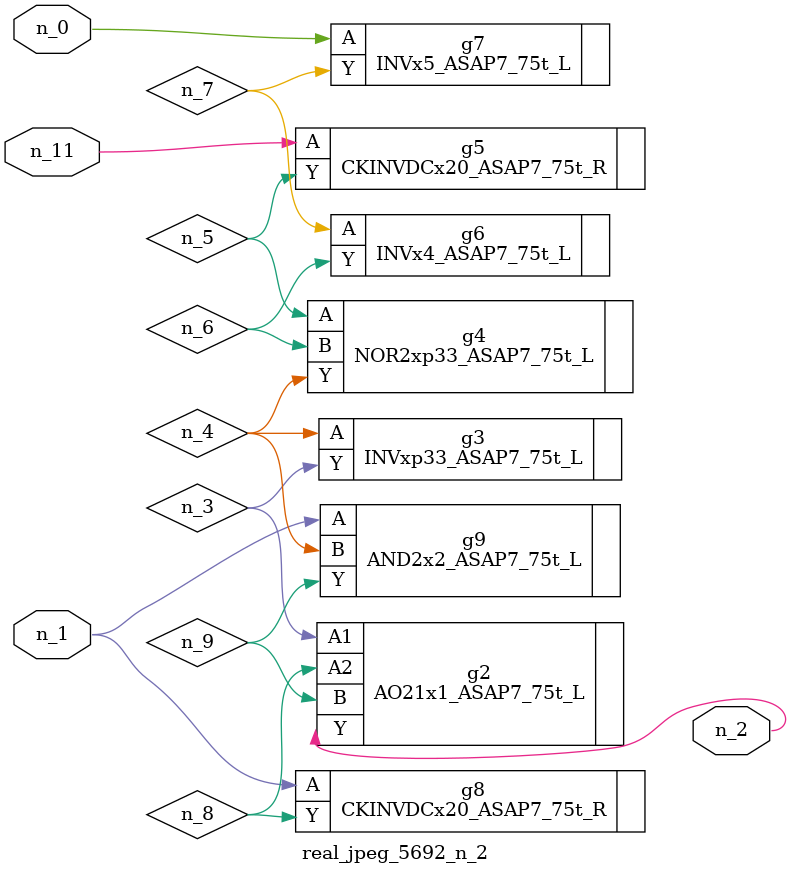
<source format=v>
module real_jpeg_5692_n_2 (n_1, n_11, n_0, n_2);

input n_1;
input n_11;
input n_0;

output n_2;

wire n_5;
wire n_8;
wire n_4;
wire n_6;
wire n_7;
wire n_3;
wire n_9;

INVx5_ASAP7_75t_L g7 ( 
.A(n_0),
.Y(n_7)
);

CKINVDCx20_ASAP7_75t_R g8 ( 
.A(n_1),
.Y(n_8)
);

AND2x2_ASAP7_75t_L g9 ( 
.A(n_1),
.B(n_4),
.Y(n_9)
);

AO21x1_ASAP7_75t_L g2 ( 
.A1(n_3),
.A2(n_8),
.B(n_9),
.Y(n_2)
);

INVxp33_ASAP7_75t_L g3 ( 
.A(n_4),
.Y(n_3)
);

NOR2xp33_ASAP7_75t_L g4 ( 
.A(n_5),
.B(n_6),
.Y(n_4)
);

INVx4_ASAP7_75t_L g6 ( 
.A(n_7),
.Y(n_6)
);

CKINVDCx20_ASAP7_75t_R g5 ( 
.A(n_11),
.Y(n_5)
);


endmodule
</source>
